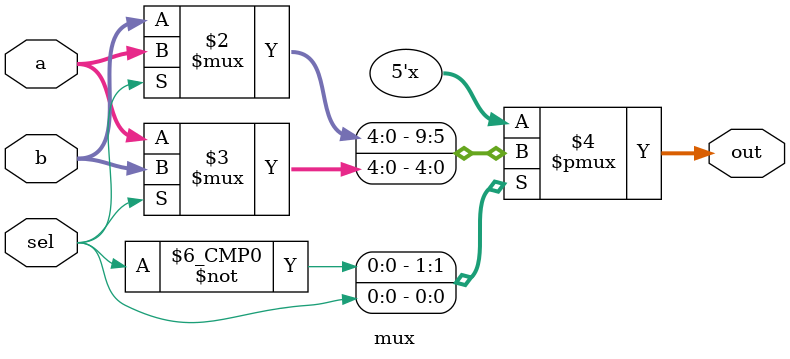
<source format=v>
module mux( 
input [4:0] a, b,
input sel,
output [4:0] out );
// When sel=0, assign a to out. 
// When sel=1, assign b to out.
reg  [4:0] out;

always @(a, b, sel)
	case (sel)
		1'b0: out = sel? a : b;
		1'b1: out = sel? b : a;
	endcase

endmodule

</source>
